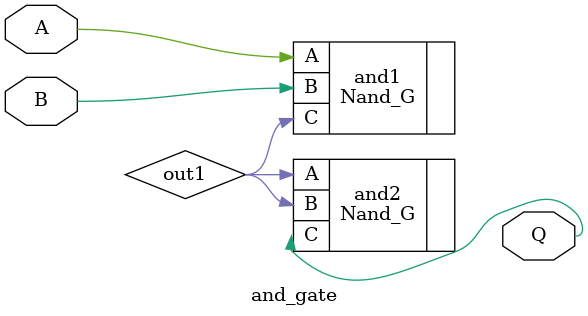
<source format=v>
`timescale 1ns / 1ps


module and_gate(
    input A,
    input B,
    output Q
    );
    
    wire out1;
    
    Nand_G and1(
        .A(A),
        .B(B),
        .C(out1)
    );
    Nand_G and2(
        .A(out1),
        .B(out1),
        .C(Q)
    );
    
endmodule

</source>
